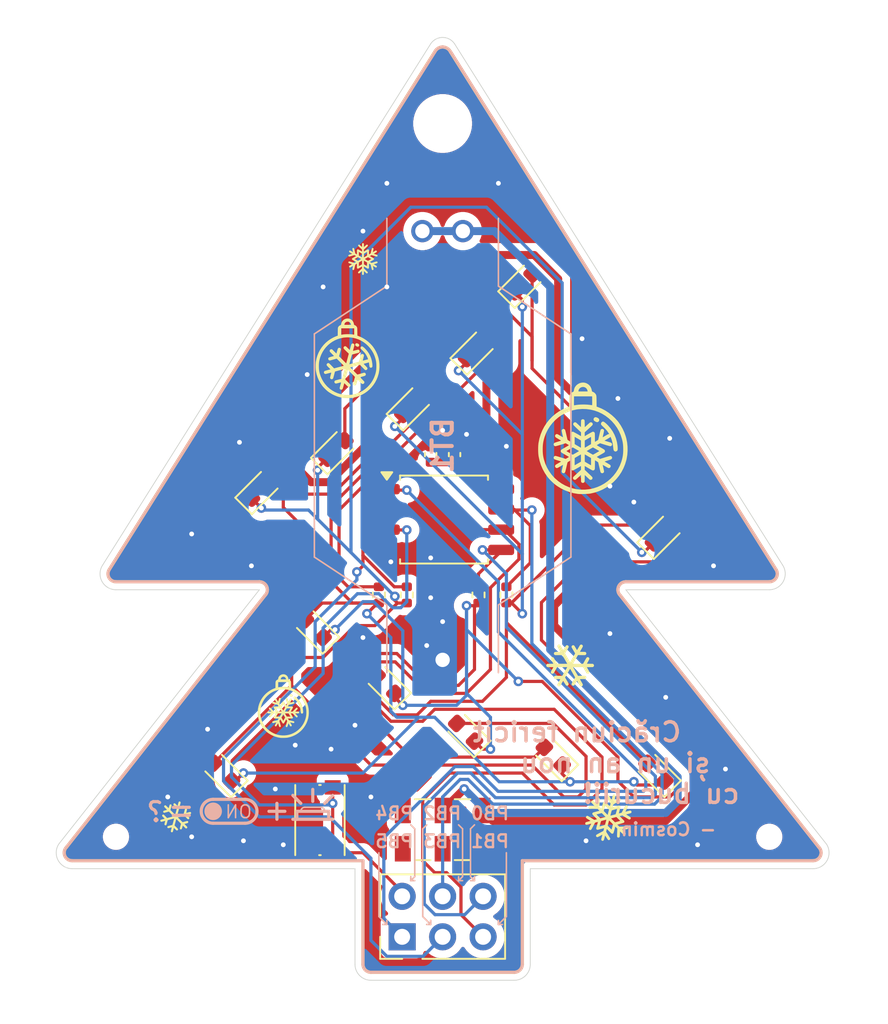
<source format=kicad_pcb>
(kicad_pcb (version 20241229) (generator "pcbnew") (generator_version "9.0")
  (layers (0 "F.Cu" signal) (2 "B.Cu" signal) (13 "F.Paste" user) (15 "B.Paste" user) (5 "F.SilkS" user "F.Silkscreen") (7 "B.SilkS" user "B.Silkscreen") (1 "F.Mask" user) (3 "B.Mask" user) (25 "Edge.Cuts" user))
  (net 0 "")
  (net 1 "+3.3V")
  (net 2 "GND")
  (net 3 "Net-(D1-A)")
  (net 4 "Net-(D1-K)")
  (net 5 "Net-(D12-A)")
  (net 6 "Net-(J2-Pin_3)")
  (net 7 "Net-(J2-Pin_5)")
  (net 8 "Net-(J2-Pin_4)")
  (net 9 "Net-(J2-Pin_6)")
  (net 10 "Net-(D10-K)")
  (net 11 "Net-(J2-Pin_1)")
  (net 12 "Net-(J2-Pin_2)")
  (net 17 "Net-(U1-VCC)")
  (footprint "LED_SMD:LED_0603_1608Metric" (layer "F.Cu") (at 80.056847 63.25 45)
    (property "Reference" "D7" (hide yes))
    (property "Value" "LO L29K-J2L1-24-0-2-R18-Z" (hide yes))
  )
  (footprint "Package_SO:SOIC-8_5.3x5.3mm_P1.27mm" (layer "F.Cu") (at 75.0875 78.095)
    (property "Reference" "U1" (hide yes))
    (property "Value" "ATtiny25V-10S" (hide yes))
  )
  (footprint "LED_SMD:LED_0603_1608Metric" (layer "F.Cu") (at 73.056847 70.943153 45)
    (property "Reference" "D9" (hide yes))
    (property "Value" "LO L29K-J2L1-24-0-2-R18-Z" (hide yes))
  )
  (footprint "Capacitor_SMD:C_0402_1005Metric" (layer "F.Cu") (at 74.25 74.02 90)
    (property "Reference" "C2" (hide yes))
    (property "Value" "Ceramic 10uF" (hide yes))
  )
  (footprint "LOGO" (layer "F.Cu") (at 65 89.8)
    (property "Reference" "G***" (hide yes))
    (property "Value" "LOGO" (hide yes))
  )
  (footprint "LOGO" (layer "F.Cu") (at 65 90.2 90)
    (property "Reference" "G***" (hide yes))
    (property "Value" "LOGO" (hide yes))
  )
  (footprint "LOGO" (layer "F.Cu") (at 69 68.5 45)
    (property "Reference" "G***" (hide yes))
    (property "Value" "LOGO" (hide yes))
  )
  (footprint "LED_SMD:LED_0603_1608Metric" (layer "F.Cu") (at 77.056847 67.443153 45)
    (property "Reference" "D8" (hide yes))
    (property "Value" "LY L29K-H1K2-26-0-2-R18-Z" (hide yes))
  )
  (footprint "LED_SMD:LED_0603_1608Metric" (layer "F.Cu") (at 66.943153 84.943153 135)
    (property "Reference" "D1" (hide yes))
    (property "Value" "LO L29K-J2L1-24-0-2-R18-Z" (hide yes))
  )
  (footprint "Button_Switch_SMD:SW_DPDT_CK_JS202011JCQN" (layer "F.Cu") (at 75 97.55)
    (property "Reference" "SW3" (hide yes))
    (property "Value" "On/Off Switch JS202011JCQN")
  )
  (footprint "LOGO" (layer "F.Cu") (at 69.032923 67.980022)
    (property "Reference" "G***" (hide yes))
    (property "Value" "LOGO" (hide yes))
  )
  (footprint "LOGO" (layer "F.Cu") (at 85.4 96.8 -135)
    (property "Reference" "G***" (hide yes))
    (property "Value" "LOGO" (hide yes))
  )
  (footprint "LOGO" (layer "F.Cu") (at 58.25 96.75 45)
    (property "Reference" "G***" (hide yes))
    (property "Value" "LOGO" (hide yes))
  )
  (footprint "LED_SMD:LED_0603_1608Metric" (layer "F.Cu") (at 88.386306 93.943153 135)
    (property "Reference" "D5" (hide yes))
    (property "Value" "LO L29K-J2L1-24-0-2-R18-Z" (hide yes))
  )
  (footprint "Connector_PinHeader_2.54mm:PinHeader_2x03_P2.54mm_Vertical" (layer "F.Cu") (at 72.46 104.275 90)
    (property "Reference" "J2" (hide yes))
    (property "Value" "Pin Headers")
  )
  (footprint "MountingHole:ToolingHole_1.152mm" (layer "F.Cu") (at 95.5 98)
    (property "Reference" "H3" (hide yes))
    (property "Value" "Tooling Hole")
  )
  (footprint "LED_SMD:LED_0603_1608Metric" (layer "F.Cu") (at 81.943153 92.943153 135)
    (property "Reference" "D4" (hide yes))
    (property "Value" "LY L29K-H1K2-26-0-2-R18-Z" (hide yes))
  )
  (footprint "MountingHole:ToolingHole_1.152mm" (layer "F.Cu") (at 54.5 98)
    (property "Reference" "H2" (hide yes))
    (property "Value" "Tooling Hole")
  )
  (footprint "Resistor_SMD:R_0402_1005Metric" (layer "F.Cu") (at 71 82.825 -90)
    (property "Reference" "R2" (hide yes))
    (property "Value" "150Ω")
  )
  (footprint "Resistor_SMD:R_0402_1005Metric" (layer "F.Cu") (at 79 82.825 -90)
    (property "Reference" "R3" (hide yes))
    (property "Value" "150Ω")
  )
  (footprint "LED_SMD:LED_0603_1608Metric" (layer "F.Cu") (at 68.306847 73.693153 45)
    (property "Reference" "D10" (hide yes))
    (property "Value" "LY L29K-H1K2-26-0-2-R18-Z" (hide yes))
  )
  (footprint "LED_SMD:LED_0603_1608Metric" (layer "F.Cu") (at 71.443153 88.443153 135)
    (property "Reference" "D2" (hide yes))
    (property "Value" "LY L29K-H1K2-26-0-2-R18-Z" (hide yes))
  )
  (footprint "Capacitor_SMD:C_0402_1005Metric" (layer "F.Cu") (at 75.75 74.02 90)
    (property "Reference" "C1" (hide yes))
    (property "Value" "Ceramic 100nF" (hide yes))
  )
  (footprint "LOGO" (layer "F.Cu") (at 83.8 73)
    (property "Reference" "G***" (hide yes))
    (property "Value" "LOGO" (hide yes))
  )
  (footprint "LED_SMD:LED_0603_1608Metric" (layer "F.Cu") (at 88.7875 79 45)
    (property "Reference" "D12" (hide yes))
    (property "Value" "LY L29K-H1K2-26-0-2-R18-Z" (hide yes))
  )
  (footprint "Button_Switch_SMD:SW_Push_1P1T_NO_CK_KMR2" (layer "F.Cu") (at 67.3 96.950001 90)
    (property "Reference" "SW1" (hide yes))
    (property "Value" "KMR421NGLFS")
  )
  (footprint "LOGO" (layer "F.Cu") (at 70 61.75)
    (property "Reference" "G***" (hide yes))
    (property "Value" "LOGO" (hide yes))
  )
  (footprint "MountingHole:MountingHole_3.2mm_M3_DIN965" (layer "F.Cu") (at 75 53.25)
    (property "Reference" "H1" (hide yes))
    (property "Value" "Mounting Hole")
  )
  (footprint "LOGO" (layer "F.Cu") (at 83 87.25 90)
    (property "Reference" "G***" (hide yes))
    (property "Value" "LOGO" (hide yes))
  )
  (footprint "LED_SMD:LED_0603_1608Metric" (layer "F.Cu") (at 61.193153 93.943153 135)
    (property "Reference" "D6" (hide yes))
    (property "Value" "LY L29K-H1K2-26-0-2-R18-Z" (hide yes))
  )
  (footprint "LOGO" (layer "F.Cu") (at 83.8 73.8)
    (property "Reference" "G***" (hide yes))
    (property "Value" "LOGO" (hide yes))
  )
  (footprint "LED_SMD:LED_0603_1608Metric" (layer "F.Cu") (at 63.556847 76.193153 45)
    (property "Reference" "D11" (hide yes))
    (property "Value" "LO L29K-J2L1-24-0-2-R18-Z" (hide yes))
  )
  (footprint "Resistor_SMD:R_0402_1005Metric" (layer "F.Cu") (at 72.75 82.825 -90)
    (property "Reference" "R4" (hide yes))
    (property "Value" "150Ω")
  )
  (footprint "Resistor_SMD:R_0402_1005Metric" (layer "F.Cu") (at 77.25 82.825 -90)
    (property "Reference" "R1" (hide yes))
    (property "Value" "150Ω")
  )
  (footprint "LED_SMD:LED_0603_1608Metric" (layer "F.Cu") (at 76.443153 91.443153 135)
    (property "Reference" "D3" (hide yes))
    (property "Value" "LO L29K-J2L1-24-0-2-R18-Z" (hide yes))
  )
  (footprint "Imports:Renata_HU2032LF" (layer "B.Cu") (at 73.73 60 -90)
    (property "Reference" "BT1")
    (property "Value" "CR2032" (hide yes))
  )
  (gr_line (start 86.5 82) (end 95.5 82) (stroke (width 0.2)) (layer "F.SilkS"))
  (gr_line (start 63.853553 82.853553) (end 51.396447 98.646447) (stroke (width 0.2)) (layer "F.SilkS"))
  (gr_line (start 95.908248 81.211325) (end 75.5 48.768789) (stroke (width 0.2)) (layer "F.SilkS"))
  (gr_line (start 80 99.5) (end 98.25 99.5) (stroke (width 0.2)) (layer "F.SilkS"))
  (gr_arc (start 54.5 82) (mid 54.059163 81.735929) (end 54.083975 81.22265) (stroke (width 0.2)) (layer "F.SilkS"))
  (gr_line (start 80 106) (end 80 99.5) (stroke (width 0.2)) (layer "F.SilkS"))
  (gr_line (start 98.603553 98.646448) (end 86.146447 82.853552) (stroke (width 0.2)) (layer "F.SilkS"))
  (gr_arc (start 51.75 99.5) (mid 51.28806 99.191342) (end 51.396447 98.646447) (stroke (width 0.2)) (layer "F.SilkS"))
  (gr_arc (start 98.603553 98.646447) (mid 98.711939 99.191342) (end 98.25 99.5) (stroke (width 0.2)) (layer "F.SilkS"))
  (gr_line (start 51.75 99.5) (end 70 99.5) (stroke (width 0.2)) (layer "F.SilkS"))
  (gr_arc (start 74.507286 48.753643) (mid 75.008404 48.449193) (end 75.5 48.768789) (stroke (width 0.2)) (layer "F.SilkS"))
  (gr_line (start 54.5 82) (end 63.5 82) (stroke (width 0.2)) (layer "F.SilkS"))
  (gr_arc (start 86.146447 82.853553) (mid 86.038061 82.308658) (end 86.5 82) (stroke (width 0.2)) (layer "F.SilkS"))
  (gr_line (start 70 99.5) (end 70 106) (stroke (width 0.2)) (layer "F.SilkS"))
  (gr_line (start 70.5 106.5) (end 79.5 106.5) (stroke (width 0.2)) (layer "F.SilkS"))
  (gr_arc (start 95.908248 81.211325) (mid 95.944037 81.72985) (end 95.5 82) (stroke (width 0.2)) (layer "F.SilkS"))
  (gr_line (start 74.5 48.75) (end 54.083975 81.22265) (stroke (width 0.2)) (layer "F.SilkS"))
  (gr_arc (start 70.5 106.5) (mid 70.146447 106.353553) (end 70 106) (stroke (width 0.2)) (layer "F.SilkS"))
  (gr_arc (start 63.5 82) (mid 63.96194 82.308658) (end 63.853553 82.853553) (stroke (width 0.2)) (layer "F.SilkS"))
  (gr_arc (start 80 106) (mid 79.853553 106.353553) (end 79.5 106.5) (stroke (width 0.2)) (layer "F.SilkS"))
  (gr_line (start 73.25 97.5) (end 73.25 100.5) (stroke (width 0.1)) (layer "B.SilkS"))
  (gr_line (start 51.396445 98.646448) (end 63.853551 82.853552) (stroke (width 0.2)) (layer "B.SilkS"))
  (gr_line (start 65.85 96.4) (end 65.85 96.9) (stroke (width 0.2)) (layer "B.SilkS"))
  (gr_line (start 71.5 103.5) (end 71.5 103.25) (stroke (width 0.1)) (layer "B.SilkS"))
  (gr_line (start 73.75 103) (end 74.25 103.5) (stroke (width 0.1)) (layer "B.SilkS"))
  (gr_line (start 58.1 96.65) (end 59.1 96.65) (stroke (width 0.2)) (layer "B.SilkS"))
  (gr_line (start 66.85 95.775) (end 66.85 95.025) (stroke (width 0.2)) (layer "B.SilkS"))
  (gr_line (start 76.75 97.5) (end 76.75 100.5) (stroke (width 0.1)) (layer "B.SilkS"))
  (gr_line (start 65.6 96.9) (end 68.1 96.9) (stroke (width 0.2)) (layer "B.SilkS"))
  (gr_line (start 60.6 97.15) (end 62.6 97.15) (stroke (width 0.2)) (layer "B.SilkS"))
  (gr_arc (start 51.749998 99.5) (mid 51.288058 99.191342) (end 51.396445 98.646447) (stroke (width 0.2)) (layer "B.SilkS"))
  (gr_line (start 76.25 97.5) (end 76.25 100.5) (stroke (width 0.1)) (layer "B.SilkS"))
  (gr_arc (start 67.35 96.15) (mid 67.526777 96.223223) (end 67.6 96.4) (stroke (width 0.1)) (layer "B.SilkS"))
  (gr_line (start 62.6 95.65) (end 60.6 95.65) (stroke (width 0.2)) (layer "B.SilkS"))
  (gr_line (start 54.09175 81.211325) (end 74.499998 48.768789) (stroke (width 0.2)) (layer "B.SilkS"))
  (gr_line (start 63.499998 82) (end 54.499998 82) (stroke (width 0.2)) (layer "B.SilkS"))
  (gr_line (start 78.5 103.5) (end 78.75 103.5) (stroke (width 0.1)) (layer "B.SilkS"))
  (gr_line (start 79 103) (end 78.5 103.5) (stroke (width 0.1)) (layer "B.SilkS"))
  (gr_line (start 71.5 103.5) (end 71.25 103.5) (stroke (width 0.1)) (layer "B.SilkS"))
  (gr_circle (center 60.6 96.4) (end 61.1 96.4) (stroke (width 0.1)) (fill yes) (layer "B.SilkS"))
  (gr_line (start 76 100.75) (end 76 100.5) (stroke (width 0.1)) (layer "B.SilkS"))
  (gr_line (start 67.85 96.4) (end 65.85 96.4) (stroke (width 0.2)) (layer "B.SilkS"))
  (gr_line (start 78.5 103.5) (end 78.5 103.25) (stroke (width 0.1)) (layer "B.SilkS"))
  (gr_arc (start 74.499998 48.768789) (mid 74.991594 48.449193) (end 75.492712 48.753643) (stroke (width 0.2)) (layer "B.SilkS"))
  (gr_line (start 73 100.75) (end 73.25 100.75) (stroke (width 0.1)) (layer "B.SilkS"))
  (gr_line (start 76 100.75) (end 76.25 100.75) (stroke (width 0.1)) (layer "B.SilkS"))
  (gr_line (start 67.85 96.9) (end 67.85 96.4) (stroke (width 0.2)) (layer "B.SilkS"))
  (gr_line (start 74.25 103.5) (end 74 103.5) (stroke (width 0.1)) (layer "B.SilkS"))
  (gr_line (start 71 103) (end 71.5 103.5) (stroke (width 0.1)) (layer "B.SilkS"))
  (gr_arc (start 79.999998 106) (mid 79.853551 106.353553) (end 79.499998 106.5) (stroke (width 0.2)) (layer "B.SilkS"))
  (gr_line (start 75.499998 48.75) (end 95.916023 81.22265) (stroke (width 0.2)) (layer "B.SilkS"))
  (gr_line (start 79.499998 106.5) (end 70.499998 106.5) (stroke (width 0.2)) (layer "B.SilkS"))
  (gr_arc (start 86.146445 82.853553) (mid 86.038058 82.308658) (end 86.499998 82) (stroke (width 0.2)) (layer "B.SilkS"))
  (gr_arc (start 60.6 97.15) (mid 59.85 96.4) (end 60.6 95.65) (stroke (width 0.2)) (layer "B.SilkS"))
  (gr_line (start 64.1 96.4) (end 65.1 96.4) (stroke (width 0.2)) (layer "B.SilkS"))
  (gr_line (start 98.249998 99.5) (end 79.999998 99.5) (stroke (width 0.2)) (layer "B.SilkS"))
  (gr_arc (start 63.499998 82) (mid 63.961938 82.308658) (end 63.853551 82.853553) (stroke (width 0.2)) (layer "B.SilkS"))
  (gr_line (start 77 100.75) (end 76.75 100.75) (stroke (width 0.1)) (layer "B.SilkS"))
  (gr_line (start 76 97.25) (end 76.25 97.5) (stroke (width 0.1)) (layer "B.SilkS"))
  (gr_arc (start 54.499998 82) (mid 54.055961 81.72985) (end 54.09175 81.211325) (stroke (width 0.2)) (layer "B.SilkS"))
  (gr_arc (start 98.603551 98.646447) (mid 98.711938 99.191342) (end 98.249998 99.5) (stroke (width 0.2)) (layer "B.SilkS"))
  (gr_line (start 76.75 100.5) (end 77 100.75) (stroke (width 0.1)) (layer "B.SilkS"))
  (gr_line (start 73.25 100.5) (end 73 100.75) (stroke (width 0.1)) (layer "B.SilkS"))
  (gr_line (start 76.25 100.5) (end 76 100.75) (stroke (width 0.1)) (layer "B.SilkS"))
  (gr_line (start 77 97.25) (end 76.75 97.5) (stroke (width 0.1)) (layer "B.SilkS"))
  (gr_arc (start 66.1 96.4) (mid 66.173223 96.223223) (end 66.35 96.15) (stroke (width 0.1)) (layer "B.SilkS"))
  (gr_line (start 79 99) (end 79 103) (stroke (width 0.1)) (layer "B.SilkS"))
  (gr_line (start 95.499998 82) (end 86.499998 82) (stroke (width 0.2)) (layer "B.SilkS"))
  (gr_line (start 74.25 103.25) (end 74.25 103.5) (stroke (width 0.1)) (layer "B.SilkS"))
  (gr_line (start 73 100.75) (end 73 100.5) (stroke (width 0.1)) (layer "B.SilkS"))
  (gr_line (start 78.5 103.25) (end 78.5 103.5) (stroke (width 0.1)) (layer "B.SilkS"))
  (gr_line (start 66.1 95.9) (end 65.6 95.4) (stroke (width 0.2)) (layer "B.SilkS"))
  (gr_line (start 74 97.25) (end 73.75 97.5) (stroke (width 0.1)) (layer "B.SilkS"))
  (gr_line (start 77 100.75) (end 77 100.5) (stroke (width 0.1)) (layer "B.SilkS"))
  (gr_arc (start 62.6 95.65) (mid 63.35 96.4) (end 62.6 97.15) (stroke (width 0.2)) (layer "B.SilkS"))
  (gr_line (start 74.25 103.5) (end 74.25 103.25) (stroke (width 0.1)) (layer "B.SilkS"))
  (gr_line (start 69.999998 99.5) (end 51.749998 99.5) (stroke (width 0.2)) (layer "B.SilkS"))
  (gr_line (start 67.6 95.9) (end 68.1 95.4) (stroke (width 0.2)) (layer "B.SilkS"))
  (gr_arc (start 95.916023 81.22265) (mid 95.940835 81.735929) (end 95.499998 82) (stroke (width 0.2)) (layer "B.SilkS"))
  (gr_line (start 86.146445 82.853553) (end 98.603551 98.646447) (stroke (width 0.2)) (layer "B.SilkS"))
  (gr_line (start 66.35 96.15) (end 67.35 96.15) (stroke (width 0.1)) (layer "B.SilkS"))
  (gr_line (start 73.75 97.5) (end 73.75 103) (stroke (width 0.1)) (layer "B.SilkS"))
  (gr_line (start 71 99) (end 71 103) (stroke (width 0.1)) (layer "B.SilkS"))
  (gr_line (start 64.6 95.9) (end 64.6 96.9) (stroke (width 0.2)) (layer "B.SilkS"))
  (gr_line (start 58.1 96.15) (end 59.1 96.15) (stroke (width 0.2)) (layer "B.SilkS"))
  (gr_arc (start 70.499998 106.5) (mid 70.146445 106.353553) (end 69.999998 106) (stroke (width 0.2)) (layer "B.SilkS"))
  (gr_line (start 69.999998 106) (end 69.999998 99.5) (stroke (width 0.2)) (layer "B.SilkS"))
  (gr_line (start 79.999998 99.5) (end 79.999998 106) (stroke (width 0.2)) (layer "B.SilkS"))
  (gr_line (start 73 97.25) (end 73.25 97.5) (stroke (width 0.1)) (layer "B.SilkS"))
  (gr_arc (start 54.5 82.5) (mid 53.618325 81.971858) (end 53.66795 80.9453) (stroke (width 0.05)) (layer "Edge.Cuts"))
  (gr_line (start 75.75 48.25) (end 96.331831 80.944972) (stroke (width 0.05)) (layer "Edge.Cuts"))
  (gr_line (start 51.75 100) (end 69.5 100) (stroke (width 0.05)) (layer "Edge.Cuts"))
  (gr_line (start 69.5 106) (end 69.5 100) (stroke (width 0.05)) (layer "Edge.Cuts"))
  (gr_line (start 50.91795 98.4453) (end 63.5 82.5) (stroke (width 0.05)) (layer "Edge.Cuts"))
  (gr_arc (start 70.5 107) (mid 69.792893 106.707107) (end 69.5 106) (stroke (width 0.05)) (layer "Edge.Cuts"))
  (gr_line (start 74.25 48.25) (end 53.66795 80.9453) (stroke (width 0.05)) (layer "Edge.Cuts"))
  (gr_line (start 79.5 107) (end 70.5 107) (stroke (width 0.05)) (layer "Edge.Cuts"))
  (gr_arc (start 51.75 100) (mid 50.868325 99.471858) (end 50.91795 98.4453) (stroke (width 0.05)) (layer "Edge.Cuts"))
  (gr_arc (start 80.5 106) (mid 80.207107 106.707107) (end 79.5 107) (stroke (width 0.05)) (layer "Edge.Cuts"))
  (gr_line (start 63.5 82.5) (end 54.5 82.5) (stroke (width 0.05)) (layer "Edge.Cuts"))
  (gr_arc (start 99.08205 98.4453) (mid 99.131674 99.471858) (end 98.25 100) (stroke (width 0.05)) (layer "Edge.Cuts"))
  (gr_arc (start 96.331831 80.944971) (mid 96.381768 81.971684) (end 95.5 82.5) (stroke (width 0.05)) (layer "Edge.Cuts"))
  (gr_arc (start 74.25 48.25) (mid 75 47.848612) (end 75.75 48.25) (stroke (width 0.05)) (layer "Edge.Cuts"))
  (gr_line (start 98.25 100) (end 80.5 100) (stroke (width 0.05)) (layer "Edge.Cuts"))
  (gr_line (start 99.077322 98.4453) (end 86.5 82.5) (stroke (width 0.05)) (layer "Edge.Cuts"))
  (gr_line (start 86.5 82.5) (end 95.5 82.5) (stroke (width 0.05)) (layer "Edge.Cuts"))
  (gr_line (start 80.5 100) (end 80.5 106) (stroke (width 0.05)) (layer "Edge.Cuts"))
  (gr_text "    Crăciun fericit\n  și un an nou\ncu bucurii!" (at 93.75 96 0) (layer "B.SilkS") (effects (font (size 1.2 1.2) (thickness 0.22) (bold yes)) (justify left bottom mirror)))
  (gr_text "PB2" (at 76.25 97 0) (layer "B.SilkS") (effects (font (size 0.8 0.8) (thickness 0.15) (bold yes)) (justify left bottom mirror)))
  (gr_text "ON" (at 63.1 96.9 0) (layer "B.SilkS") (effects (font (size 0.8 0.8) (thickness 0.1)) (justify left bottom mirror)))
  (gr_text "?" (at 57.6 97.15 0) (layer "B.SilkS") (effects (font (size 1.2 1.2) (thickness 0.2) (bold yes)) (justify left bottom mirror)))
  (gr_text "- Cosmin" (at 92.25 98 0) (layer "B.SilkS") (effects (font (size 0.8 0.8) (thickness 0.16) (bold yes)) (justify left bottom mirror)))
  (gr_text "PB1" (at 79.25 98.75 0) (layer "B.SilkS") (effects (font (size 0.8 0.8) (thickness 0.15) (bold yes)) (justify left bottom mirror)))
  (gr_text "PB3" (at 76.25 98.75 0) (layer "B.SilkS") (effects (font (size 0.8 0.8) (thickness 0.15) (bold yes)) (justify left bottom mirror)))
  (gr_text "PB0" (at 79.25 97 0) (layer "B.SilkS") (effects (font (size 0.8 0.8) (thickness 0.15) (bold yes)) (justify left bottom mirror)))
  (gr_text "PB5" (at 73.25 98.75 0) (layer "B.SilkS") (effects (font (size 0.8 0.8) (thickness 0.15) (bold yes)) (justify left bottom mirror)))
  (gr_text "PB4" (at 73.25 97 0) (layer "B.SilkS") (effects (font (size 0.8 0.8) (thickness 0.15) (bold yes)) (justify left bottom mirror)))
  (segment (start 76.35 95) (end 75 96.35) (width 0.5) (layer "F.Cu") (net 1))
  (segment (start 75.15 96.5) (end 75 96.35) (width 0.4) (layer "F.Cu") (net 1))
  (via (at 76.35 95) (size 0.6) (drill 0.3) (layers "F.Cu" "B.Cu") (net 1))
  (segment (start 76.35 95) (end 77.85 96.5) (width 0.5) (layer "B.Cu") (net 1))
  (segment (start 89.75 94.25) (end 81.75 86.25) (width 0.5) (layer "B.Cu") (net 1))
  (segment (start 81.75 86.25) (end 81.75 63.5) (width 0.5) (layer "B.Cu") (net 1))
  (segment (start 78.25 60) (end 76.27 60) (width 0.5) (layer "B.Cu") (net 1))
  (segment (start 89.75 95.75) (end 89.75 94.25) (width 0.5) (layer "B.Cu") (net 1))
  (segment (start 89 96.5) (end 89.75 95.75) (width 0.5) (layer "B.Cu") (net 1))
  (segment (start 77.85 96.5) (end 89 96.5) (width 0.5) (layer "B.Cu") (net 1))
  (segment (start 76.27 60) (end 73.73 60) (width 0.5) (layer "B.Cu") (net 1))
  (segment (start 81.75 63.5) (end 78.25 60) (width 0.5) (layer "B.Cu") (net 1))
  (via (at 79 73.5) (size 0.6) (drill 0.3) (layers "F.Cu" "B.Cu") (net 2))
  (via (at 65 98.5) (size 0.6) (drill 0.3) (layers "F.Cu" "B.Cu") (net 2))
  (via (at 92.75 93.75) (size 0.6) (drill 0.3) (layers "F.Cu" "B.Cu") (net 2))
  (via (at 74.25 80.5) (size 0.6) (drill 0.3) (layers "F.Cu" "B.Cu") (net 2))
  (via (at 59.25 98) (size 0.6) (drill 0.3) (layers "F.Cu" "B.Cu") (net 2))
  (via (at 85.5 76) (size 0.6) (drill 0.3) (layers "F.Cu" "B.Cu") (net 2))
  (via (at 91 98.5) (size 0.6) (drill 0.3) (layers "F.Cu" "B.Cu") (net 2))
  (via (at 57.75 95.5) (size 0.6) (drill 0.3) (layers "F.Cu" "B.Cu") (net 2))
  (via (at 68 92.5) (size 0.6) (drill 0.3) (layers "F.Cu" "B.Cu") (net 2))
  (via (at 63 81) (size 0.6) (drill 0.3) (layers "F.Cu" "B.Cu") (net 2))
  (via (at 75 84.5) (size 0.6) (drill 0.3) (layers "F.Cu" "B.Cu") (net 2))
  (via (at 62.5 98.25) (size 0.6) (drill 0.3) (layers "F.Cu" "B.Cu") (net 2))
  (via (at 65.75 92.25) (size 0.6) (drill 0.3) (layers "F.Cu" "B.Cu") (net 2))
  (via (at 60.25 91.25) (size 0.6) (drill 0.3) (layers "F.Cu" "B.Cu") (net 2))
  (via (at 70 85.5) (size 0.6) (drill 0.3) (layers "F.Cu" "B.Cu") (net 2))
  (via (at 64.5 95) (size 0.6) (drill 0.3) (layers "F.Cu" "B.Cu") (net 2))
  (via (at 69.5 91) (size 0.6) (drill 0.3) (layers "F.Cu" "B.Cu") (net 2))
  (via (at 66.5 69) (size 0.6) (drill 0.3) (layers "F.Cu" "B.Cu") (net 2))
  (via (at 87 77) (size 0.6) (drill 0.3) (layers "F.Cu" "B.Cu") (net 2))
  (via (at 62.25 73.25) (size 0.6) (drill 0.3) (layers "F.Cu" "B.Cu") (net 2))
  (via (at 74 86) (size 0.6) (drill 0.3) (layers "F.Cu" "B.Cu") (net 2))
  (via (at 59.25 79) (size 0.6) (drill 0.3) (layers "F.Cu" "B.Cu") (net 2))
  (via (at 71.5 63.5) (size 0.6) (drill 0.3) (layers "F.Cu" "B.Cu") (net 2))
  (via (at 70 60) (size 0.6) (drill 0.3) (layers "F.Cu" "B.Cu") (net 2))
  (via (at 92 81) (size 0.6) (drill 0.3) (layers "F.Cu" "B.Cu") (net 2))
  (via (at 70.5 95.5) (size 0.6) (drill 0.3) (layers "F.Cu" "B.Cu") (net 2))
  (via (at 76.5 72.75) (size 0.6) (drill 0.3) (layers "F.Cu" "B.Cu") (net 2))
  (via (at 75 72.5) (size 0.6) (drill 0.3) (layers "F.Cu" "B.Cu") (net 2))
  (via (at 89 89.25) (size 0.6) (drill 0.3) (layers "F.Cu" "B.Cu") (net 2))
  (via (at 85.5 85.25) (size 0.6) (drill 0.3) (layers "F.Cu" "B.Cu") (net 2))
  (via (at 89.25 73) (size 0.6) (drill 0.3) (layers "F.Cu" "B.Cu") (net 2))
  (via (at 67.5 63.5) (size 0.6) (drill 0.3) (layers "F.Cu" "B.Cu") (net 2))
  (via (at 71.75 80.75) (size 0.6) (drill 0.3) (layers "F.Cu" "B.Cu") (net 2))
  (via (at 71.5 57) (size 0.6) (drill 0.3) (layers "F.Cu" "B.Cu") (net 2))
  (via (at 84 98.25) (size 0.6) (drill 0.3) (layers "F.Cu" "B.Cu") (net 2))
  (via (at 74.25 83) (size 0.6) (drill 0.3) (layers "F.Cu" "B.Cu") (net 2))
  (via (at 86 70.5) (size 0.6) (drill 0.3) (layers "F.Cu" "B.Cu") (net 2))
  (via (at 78.5 57) (size 0.6) (drill 0.3) (layers "F.Cu" "B.Cu") (net 2))
  (via (at 83.75 66.75) (size 0.6) (drill 0.3) (layers "F.Cu" "B.Cu") (net 2))
  (segment (start 65 77.335) (end 68 80.335) (width 0.2) (layer "F.Cu") (net 3))
  (segment (start 68 77.25) (end 68 80.335) (width 0.2) (layer "F.Cu") (net 3))
  (segment (start 62 94.5) (end 61.75 94.5) (width 0.2) (layer "F.Cu") (net 3))
  (segment (start 65 76.5) (end 65 77.335) (width 0.2) (layer "F.Cu") (net 3))
  (segment (start 69.585 83.335) (end 67.437612 83.335) (width 0.2) (layer "F.Cu") (net 3))
  (segment (start 88.65 94.75) (end 88.9 94.5) (width 0.2) (layer "F.Cu") (net 3))
  (segment (start 87 94.547) (end 87.203 94.75) (width 0.2) (layer "F.Cu") (net 3))
  (segment (start 70.25 84) (end 70.915 83.335) (width 0.2) (layer "F.Cu") (net 3))
  (segment (start 69.335 83.335) (end 71 83.335) (width 0.2) (layer "F.Cu") (net 3))
  (segment (start 70.75 74.5) (end 68 77.25) (width 0.2) (layer "F.Cu") (net 3))
  (segment (start 77.613694 68.386306) (end 71.5 74.5) (width 0.2) (layer "F.Cu") (net 3))
  (segment (start 82.5 94.047) (end 83 94.547) (width 0.2) (layer "F.Cu") (net 3))
  (segment (start 62.5 94) (end 62 94.5) (width 0.2) (layer "F.Cu") (net 3))
  (segment (start 68 82) (end 69.335 83.335) (width 0.2) (layer "F.Cu") (net 3))
  (segment (start 87.203 94.75) (end 88.65 94.75) (width 0.2) (layer "F.Cu") (net 3))
  (segment (start 68 80.335) (end 68 82) (width 0.2) (layer "F.Cu") (net 3))
  (segment (start 88.9 94.5) (end 88.943153 94.5) (width 0.2) (layer "F.Cu") (net 3))
  (segment (start 82.5 93.5) (end 82.5 94.047) (width 0.2) (layer "F.Cu") (net 3))
  (segment (start 64.113694 75.636306) (end 64.136306 75.636306) (width 0.2) (layer "F.Cu") (net 3))
  (segment (start 69.585 83.335) (end 71 83.335) (width 0.2) (layer "F.Cu") (net 3))
  (segment (start 70.915 83.335) (end 71 83.335) (width 0.2) (layer "F.Cu") (net 3))
  (segment (start 77.613694 66.886306) (end 77.613694 68.386306) (width 0.2) (layer "F.Cu") (net 3))
  (segment (start 64.136306 75.636306) (end 65 76.5) (width 0.2) (layer "F.Cu") (net 3))
  (segment (start 71.5 74.5) (end 70.75 74.5) (width 0.2) (layer "F.Cu") (net 3))
  (segment (start 67.437612 83.335) (end 66.386306 84.386306) (width 0.2) (layer "F.Cu") (net 3))
  (via (at 70.25 84) (size 0.6) (drill 0.3) (layers "F.Cu" "B.Cu") (net 3))
  (via (at 87 94.547) (size 0.6) (drill 0.3) (layers "F.Cu" "B.Cu") (net 3))
  (via (at 83 94.547) (size 0.6) (drill 0.3) (layers "F.Cu" "B.Cu") (net 3))
  (via (at 62.5 94) (size 0.6) (drill 0.3) (layers "F.Cu" "B.Cu") (net 3))
  (segment (start 74.5 90.5) (end 78.547 94.547) (width 0.2) (layer "B.Cu") (net 3))
  (segment (start 71.75 90.125) (end 72.125 90.5) (width 0.2) (layer "B.Cu") (net 3))
  (segment (start 70.25 84) (end 71.75 85.5) (width 0.2) (layer "B.Cu") (net 3))
  (segment (start 72.125 90.5) (end 73.5 90.5) (width 0.2) (layer "B.Cu") (net 3))
  (segment (start 78.547 94.547) (end 83 94.547) (width 0.2) (layer "B.Cu") (net 3))
  (segment (start 62.5 94) (end 70 94) (width 0.2) (layer "B.Cu") (net 3))
  (segment (start 70 94) (end 73.5 90.5) (width 0.2) (layer "B.Cu") (net 3))
  (segment (start 71.75 85.5) (end 71.75 90.125) (width 0.2) (layer "B.Cu") (net 3))
  (segment (start 73.5 90.5) (end 74.5 90.5) (width 0.2) (layer "B.Cu") (net 3))
  (segment (start 83 94.547) (end 87 94.547) (width 0.2) (layer "B.Cu") (net 3))
  (segment (start 69.508639 87.734062) (end 69.5 87.742701) (width 0.2) (layer "F.Cu") (net 4))
  (segment (start 77.25 83.335) (end 77 83.585) (width 0.2) (layer "F.Cu") (net 4))
  (segment (start 69.5 89.5) (end 73 93) (width 0.2) (layer "F.Cu") (net 4))
  (segment (start 69.5 87.742701) (end 69.5 89.5) (width 0.2) (layer "F.Cu") (net 4))
  (segment (start 90.5 79.25) (end 90.5 78.5) (width 0.2) (layer "F.Cu") (net 4))
  (segment (start 86 93) (end 86 94.5) (width 0.2) (layer "F.Cu") (net 4))
  (segment (start 77.085 83.5) (end 77.25 83.335) (width 0.2) (layer "F.Cu") (net 4))
  (segment (start 80.772612 93) (end 81.386306 92.386306) (width 0.2) (layer "F.Cu") (net 4))
  (segment (start 80.613694 68.113694) (end 80.613694 62.693153) (width 0.2) (layer "F.Cu") (net 4))
  (segment (start 79.751765 88.251765) (end 81.251765 88.251765) (width 0.2) (layer "F.Cu") (net 4))
  (segment (start 68 85) (end 67.5 85.5) (width 0.2) (layer "F.Cu") (net 4))
  (segment (start 86 94.5) (end 87 95.5) (width 0.2) (layer "F.Cu") (net 4))
  (segment (start 89 80.75) (end 90.5 79.25) (width 0.2) (layer "F.Cu") (net 4))
  (segment (start 89.803064 94.946936) (end 89.803064 94.262481) (width 0.2) (layer "F.Cu") (net 4))
  (segment (start 74.125 88.5) (end 72.125 86.5) (width 0.2) (layer "F.Cu") (net 4))
  (segment (start 77.5 92.5) (end 77 92) (width 0.2) (layer "F.Cu") (net 4))
  (segment (start 72.125 86.5) (end 70.5 86.5) (width 0.2) (layer "F.Cu") (net 4))
  (segment (start 73 93) (end 80.772612 93) (width 0.2) (layer "F.Cu") (net 4))
  (segment (start 69.508639 87.491361) (end 69.508639 87.734062) (width 0.2) (layer "F.Cu") (net 4))
  (segment (start 78.5 64.5) (end 80.613694 66.613694) (width 0.2) (layer "F.Cu") (net 4))
  (segment (start 72 89.25) (end 72 89) (width 0.2) (layer "F.Cu") (net 4))
  (segment (start 75.5 64.5) (end 78.5 64.5) (width 0.2) (layer "F.Cu") (net 4))
  (segment (start 81.251765 88.251765) (end 86 93) (width 0.2) (layer "F.Cu") (net 4))
  (segment (start 72.5 89.75) (end 72 89.25) (width 0.2) (layer "F.Cu") (net 4))
  (segment (start 80.613694 68.613694) (end 80.613694 68.113694) (width 0.2) (layer "F.Cu") (net 4))
  (segment (start 87 95.5) (end 89.25 95.5) (width 0.2) (layer "F.Cu") (net 4))
  (segment (start 90.5 78.5) (end 80.613694 68.613694) (width 0.2) (layer "F.Cu") (net 4))
  (segment (start 80.613694 66.613694) (end 80.613694 68.113694) (width 0.2) (layer "F.Cu") (net 4))
  (segment (start 76.5 83.5) (end 77.085 83.5) (width 0.2) (layer "F.Cu") (net 4))
  (segment (start 70.5 86.5) (end 69.508639 87.491361) (width 0.2) (layer "F.Cu") (net 4))
  (segment (start 83.75 80.75) (end 89 80.75) (width 0.2) (layer "F.Cu") (net 4))
  (segment (start 76 88.5) (end 74.125 88.5) (width 0.2) (layer "F.Cu") (net 4))
  (segment (start 89.803064 94.262481) (end 81.199 85.658417) (width 0.2) (layer "F.Cu") (net 4))
  (segment (start 68.863694 73.136306) (end 68.863694 71.136306) (width 0.2) (layer "F.Cu") (net 4))
  (segment (start 77 87.5) (end 76 88.5) (width 0.2) (layer "F.Cu") (net 4))
  (segment (start 89.25 95.5) (end 89.803064 94.946936) (width 0.2) (layer "F.Cu") (net 4))
  (segment (start 81.199 83.301) (end 83.75 80.75) (width 0.2) (layer "F.Cu") (net 4))
  (segment (start 78 92.5) (end 77.5 92.5) (width 0.2) (layer "F.Cu") (net 4))
  (segment (start 77 83.585) (end 77 87.5) (width 0.2) (layer "F.Cu") (net 4))
  (segment (start 68.25 85) (end 68 85) (width 0.2) (layer "F.Cu") (net 4))
  (segment (start 81.199 85.658417) (end 81.199 83.301) (width 0.2) (layer "F.Cu") (net 4))
  (segment (start 68.863694 71.136306) (end 75.5 64.5) (width 0.2) (layer "F.Cu") (net 4))
  (via (at 68.25 85) (size 0.6) (drill 0.3) (layers "F.Cu" "B.Cu") (net 4))
  (via (at 72.5 89.75) (size 0.6) (drill 0.3) (layers "F.Cu" "B.Cu") (net 4))
  (via (at 79.751765 88.251765) (size 0.6) (drill 0.3) (layers "F.Cu" "B.Cu") (net 4))
  (via (at 76.5 83.5) (size 0.6) (drill 0.3) (layers "F.Cu" "B.Cu") (net 4))
  (via (at 78 92.5) (size 0.6) (drill 0.3) (layers "F.Cu" "B.Cu") (net 4))
  (segment (start 78 90.5) (end 78 92.5) (width 0.2) (layer "B.Cu") (net 4))
  (segment (start 72.5 89.75) (end 75.875 89.75) (width 0.2) (layer "B.Cu") (net 4))
  (segment (start 70.674971 83.25) (end 72.5 85.075029) (width 0.2) (layer "B.Cu") (net 4))
  (segment (start 79.751765 88.251765) (end 76.5 85) (width 0.2) (layer "B.Cu") (net 4))
  (segment (start 76.5 89) (end 76.5 89.125) (width 0.2) (layer "B.Cu") (net 4))
  (segment (start 76.5 89) (end 78 90.5) (width 0.2) (layer "B.Cu") (net 4))
  (segment (start 76.5 85) (end 76.5 83.5) (width 0.2) (layer "B.Cu") (net 4))
  (segment (start 70 83.25) (end 68.25 85) (width 0.2) (layer "B.Cu") (net 4))
  (segment (start 72.5 85.075029) (end 72.5 89.75) (width 0.2) (layer "B.Cu") (net 4))
  (segment (start 75.875 89.75) (end 76.5 89.125) (width 0.2) (layer "B.Cu") (net 4))
  (segment (start 76.5 88) (end 76.5 89) (width 0.2) (layer "B.Cu") (net 4))
  (segment (start 70.674971 83.25) (end 70 83.25) (width 0.2) (layer "B.Cu") (net 4))
  (segment (start 76.5 83.5) (end 76.5 88) (width 0.2) (layer "B.Cu") (net 4))
  (segment (start 72.5 71.5) (end 72.5 71.7489) (width 0.2) (layer "F.Cu") (net 5))
  (segment (start 70.886306 89.319206) (end 71.9181 90.351) (width 0.2) (layer "F.Cu") (net 5))
  (segment (start 70.886306 87.886306) (end 70.886306 89.319206) (width 0.2) (layer "F.Cu") (net 5))
  (segment (start 80 64.306847) (end 79.5 63.806847) (width 0.2) (layer "F.Cu") (net 5))
  (segment (start 73.399 90.351) (end 74.25 89.5) (width 0.2) (layer "F.Cu") (net 5))
  (segment (start 79.315 83.335) (end 79 83.335) (width 0.2) (layer "F.Cu") (net 5))
  (segment (start 76.5 68.25) (end 76 68.75) (width 0.2) (layer "F.Cu") (net 5))
  (segment (start 79 83.335) (end 79 84.556846) (width 0.2) (layer "F.Cu") (net 5))
  (segment (start 71.9181 90.351) (end 73.399 90.351) (width 0.2) (layer "F.Cu") (net 5))
  (segment (start 79 83.335) (end 79.335 83.335) (width 0.2) (layer "F.Cu") (net 5))
  (segment (start 74.25 89.5) (end 77.5 89.5) (width 0.2) (layer "F.Cu") (net 5))
  (segment (start 84.206847 78.443153) (end 79.315 83.335) (width 0.2) (layer "F.Cu") (net 5))
  (segment (start 77.5 89.5) (end 79 88) (width 0.2) (layer "F.Cu") (net 5))
  (segment (start 89.344347 78.443153) (end 84.206847 78.443153) (width 0.2) (layer "F.Cu") (net 5))
  (segment (start 79.335 83.335) (end 80 84) (width 0.2) (layer "F.Cu") (net 5))
  (segment (start 79 84.556847) (end 79 83.335) (width 0.2) (layer "F.Cu") (net 5))
  (segment (start 79 84.556847) (end 79.096577 84.653423) (width 0.2) (layer "F.Cu") (net 5))
  (segment (start 79 88) (end 79 84.556847) (width 0.2) (layer "F.Cu") (net 5))
  (segment (start 79.096577 84.653423) (end 87.829459 93.386306) (width 0.2) (layer "F.Cu") (net 5))
  (segment (start 72.5 71.7489) (end 71.99945 72.24945) (width 0.2) (layer "F.Cu") (net 5))
  (segment (start 80 64.75) (end 80 64.306847) (width 0.2) (layer "F.Cu") (net 5))
  (segment (start 76.5 68) (end 76.5 68.25) (width 0.2) (layer "F.Cu") (net 5))
  (via (at 76 68.75) (size 0.6) (drill 0.3) (layers "F.Cu" "B.Cu") (net 5))
  (via (at 80 64.75) (size 0.6) (drill 0.3) (layers "F.Cu" "B.Cu") (net 5))
  (via (at 80 84) (size 0.6) (drill 0.3) (layers "F.Cu" "B.Cu") (net 5))
  (via (at 71.99945 72.24945) (size 0.6) (drill 0.3) (layers "F.Cu" "B.Cu") (net 5))
  (segment (start 71.99945 72.24945) (end 80 80.25) (width 0.2) (layer "B.Cu") (net 5))
  (segment (start 80 84) (end 80 80.25) (width 0.2) (layer "B.Cu") (net 5))
  (segment (start 80 80.25) (end 80 72.75) (width 0.2) (layer "B.Cu") (net 5))
  (segment (start 80 72.75) (end 80 70.25) (width 0.2) (layer "B.Cu") (net 5))
  (segment (start 80 70.25) (end 80 64.75) (width 0.2) (layer "B.Cu") (net 5))
  (segment (start 76 68.75) (end 80 72.75) (width 0.2) (layer "B.Cu") (net 5))
  (segment (start 71.966 82.315) (end 70 80.349) (width 0.2) (layer "F.Cu") (net 6))
  (segment (start 70 81) (end 70 80.349) (width 0.2) (layer "F.Cu") (net 6))
  (segment (start 70 78.17) (end 70.71 77.46) (width 0.2) (layer "F.Cu") (net 6))
  (segment (start 70.71 77.46) (end 71.5 77.46) (width 0.2) (layer "F.Cu") (net 6))
  (segment (start 69.618235 81.381765) (end 70 81) (width 0.2) (layer "F.Cu") (net 6))
  (segment (start 70 80.349) (end 70 78.17) (width 0.2) (layer "F.Cu") (net 6))
  (segment (start 72.75 82.315) (end 71.966 82.315) (width 0.2) (layer "F.Cu") (net 6))
  (via (at 69.618235 81.381765) (size 0.6) (drill 0.3) (layers "F.Cu" "B.Cu") (net 6))
  (segment (start 73.775 105.5) (end 75 104.275) (width 0.2) (layer "B.Cu") (net 6))
  (segment (start 70.5 99.349944) (end 70.5 104.5) (width 0.2) (layer "B.Cu") (net 6))
  (segment (start 61.25 93.09145) (end 61.25 94.5) (width 0.2) (layer "B.Cu") (net 6))
  (segment (start 67.900056 96.75) (end 70.5 99.349944) (width 0.2) (layer "B.Cu") (net 6))
  (segment (start 69.618235 81.881765) (end 67 84.5) (width 0.2) (layer "B.Cu") (net 6))
  (segment (start 70.5 104.5) (end 71.5 105.5) (width 0.2) (layer "B.Cu") (net 6))
  (segment (start 69.618235 81.381765) (end 69.618235 81.881765) (width 0.2) (layer "B.Cu") (net 6))
  (segment (start 67 87.34145) (end 61.25 93.09145) (width 0.2) (layer "B.Cu") (net 6))
  (segment (start 71.5 105.5) (end 73.775 105.5) (width 0.2) (layer "B.Cu") (net 6))
  (segment (start 63.5 96.75) (end 67.900056 96.75) (width 0.2) (layer "B.Cu") (net 6))
  (segment (start 67 84.5) (end 67 87.34145) (width 0.2) (layer "B.Cu") (net 6))
  (segment (start 61.25 94.5) (end 63.5 96.75) (width 0.2) (layer "B.Cu") (net 6))
  (segment (start 70.026395 89.026395) (end 71.752 90.752) (width 0.2) (layer "F.Cu") (net 7))
  (segment (start 85 95) (end 84 96) (width 0.2) (layer "F.Cu") (net 7))
  (segment (start 78.675 78.73) (end 77.48 78.73) (width 0.2) (layer "F.Cu") (net 7))
  (segment (start 70.026395 87.701821) (end 70.026395 89.026395) (width 0.2) (layer "F.Cu") (net 7))
  (segment (start 78.675 78.73) (end 78.87749 78.73) (width 0.2) (layer "F.Cu") (net 7))
  (segment (start 76.151 102.886) (end 77.54 104.275) (width 0.2) (layer "F.Cu") (net 7))
  (segment (start 79.7885 79.64101) (end 79.7885 80.58616) (width 0.2) (layer "F.Cu") (net 7))
  (segment (start 73.748 90.752) (end 74.5 90) (width 0.2) (layer "F.Cu") (net 7))
  (segment (start 71 75) (end 68.5 77.5) (width 0.2) (layer "F.Cu") (net 7))
  (segment (start 76.151 101.151) (end 76.151 102.886) (width 0.2) (layer "F.Cu") (net 7))
  (segment (start 78 82.37466) (end 78 87.5) (width 0.2) (layer "F.Cu") (net 7))
  (segment (start 73.75 95.698) (end 73.75 99.5) (width 0.2) (layer "F.Cu") (net 7))
  (segment (start 68.5 81.75) (end 69.065 82.315) (width 0.2) (layer "F.Cu") (net 7))
  (segment (start 74.5 100.25) (end 75.25 100.25) (width 0.2) (layer "F.Cu") (net 7))
  (segment (start 80 94) (end 75.448 94) (width 0.2) (layer "F.Cu") (net 7))
  (segment (start 82 96) (end 80 94) (width 0.2) (layer "F.Cu") (net 7))
  (segment (start 72.026395 87.026395) (end 70.701821 87.026395) (width 0.2) (layer "F.Cu") (net 7))
  (segment (start 78.87749 78.73) (end 79.7885 79.64101) (width 0.2) (layer "F.Cu") (net 7))
  (segment (start 68.5 77.5) (end 68.5 81.75) (width 0.2) (layer "F.Cu") (net 7))
  (segment (start 85 93) (end 85 95) (width 0.2) (layer "F.Cu") (net 7))
  (segment (start 79.7885 80.58616) (end 78 82.37466) (width 0.2) (layer "F.Cu") (net 7))
  (segment (start 70.701821 87.026395) (end 70.026395 87.701821) (width 0.2) (layer "F.Cu") (net 7))
  (segment (start 69.065 82.315) (end 71 82.315) (width 0.2) (layer "F.Cu") (net 7))
  (segment (start 78 87.5) (end 76.5 89) (width 0.2) (layer "F.Cu") (net 7))
  (segment (start 73.75 99.5) (end 74.5 100.25) (width 0.2) (layer "F.Cu") (net 7))
  (segment (start 75.448 94) (end 73.75 95.698) (width 0.2) (layer "F.Cu") (net 7))
  (segment (start 82 90) (end 85 93) (width 0.2) (layer "F.Cu") (net 7))
  (segment (start 74.5 90) (end 82 90) (width 0.2) (layer "F.Cu") (net 7))
  (segment (start 76.5 89) (end 74 89) (width 0.2) (layer "F.Cu") (net 7))
  (segment (start 74 89) (end 72.026395 87.026395) (width 0.2) (layer "F.Cu") (net 7))
  (segment (start 73.75 75) (end 71 75) (width 0.2) (layer "F.Cu") (net 7))
  (segment (start 71.752 90.752) (end 73.748 90.752) (width 0.2) (layer "F.Cu") (net 7))
  (segment (start 77.48 78.73) (end 73.75 75) (width 0.2) (layer "F.Cu") (net 7))
  (segment (start 84 96) (end 82 96) (width 0.2) (layer "F.Cu") (net 7))
  (segment (start 75.25 100.25) (end 76.151 101.151) (width 0.2) (layer "F.Cu") (net 7))
  (segment (start 78.715 77.5) (end 78.675 77.46) (width 0.2) (layer "F.Cu") (net 8))
  (segment (start 80.6 77.5) (end 78.715 77.5) (width 0.2) (layer "F.Cu") (net 8))
  (segment (start 80.5 78.472501) (end 80.5 80.815) (width 0.2) (layer "F.Cu") (net 8))
  (segment (start 79.487499 77.46) (end 80.5 78.472501) (width 0.2) (layer "F.Cu") (net 8))
  (segment (start 80.5 80.815) (end 79 82.315) (width 0.2) (layer "F.Cu") (net 8))
  (segment (start 78.675 77.46) (end 79.487499 77.46) (width 0.2) (layer "F.Cu") (net 8))
  (via (at 80.6 77.5) (size 0.6) (drill 0.3) (layers "F.Cu" "B.Cu") (net 8))
  (segment (start 88.771768 95.478232) (end 88.771768 94.051) (width 0.2) (layer "B.Cu") (net 8))
  (segment (start 76.598943 94.399) (end 78.148943 95.949) (width 0.2) (layer "B.Cu") (net 8))
  (segment (start 88.771768 94.051) (end 80.6 85.879232) (width 0.2) (layer "B.Cu") (net 8))
  (segment (start 78.148943 95.949) (end 88.301 95.949) (width 0.2) (layer "B.Cu") (net 8))
  (segment (start 75 101.735) (end 75 95.500057) (width 0.2) (layer "B.Cu") (net 8))
  (segment (start 88.301 95.949) (end 88.771768 95.478232) (width 0.2) (layer "B.Cu") (net 8))
  (segment (start 76.101057 94.399) (end 76.598943 94.399) (width 0.2) (layer "B.Cu") (net 8))
  (segment (start 80.6 85.879232) (end 80.6 77.5) (width 0.2) (layer "B.Cu") (net 8))
  (segment (start 75 95.500057) (end 76.101057 94.399) (width 0.2) (layer "B.Cu") (net 8))
  (segment (start 77.5 80) (end 78.675 80) (width 0.2) (layer "F.Cu") (net 9))
  (segment (start 78.675 80) (end 78.675 80.075) (width 0.2) (layer "F.Cu") (net 9))
  (segment (start 77.25 81.5) (end 77.25 82.315) (width 0.2) (layer "F.Cu") (net 9))
  (segment (start 78.675 80.075) (end 77.25 81.5) (width 0.2) (layer "F.Cu") (net 9))
  (via (at 77.5 80) (size 0.6) (drill 0.3) (layers "F.Cu" "B.Cu") (net 9))
  (segment (start 75.934957 93.998) (end 73.849 96.083957) (width 0.2) (layer "B.Cu") (net 9))
  (segment (start 79 84.846332) (end 88.351 94.197332) (width 0.2) (layer "B.Cu") (net 9))
  (segment (start 76.389 102.886) (end 77.54 101.735) (width 0.2) (layer "B.Cu") (net 9))
  (segment (start 88.1349 95.548) (end 78.315043 95.548) (width 0.2) (layer "B.Cu") (net 9))
  (segment (start 73.849 102.21176) (end 74.52324 102.886) (width 0.2) (layer "B.Cu") (net 9))
  (segment (start 79 81.5) (end 79 84.846332) (width 0.2) (layer "B.Cu") (net 9))
  (segment (start 77.5 80) (end 79 81.5) (width 0.2) (layer "B.Cu") (net 9))
  (segment (start 88.351 94.197332) (end 88.351 95.3319) (width 0.2) (layer "B.Cu") (net 9))
  (segment (start 73.849 96.083957) (end 73.849 102.21176) (width 0.2) (layer "B.Cu") (net 9))
  (segment (start 78.315043 95.548) (end 76.765043 93.998) (width 0.2) (layer "B.Cu") (net 9))
  (segment (start 88.351 95.3319) (end 88.1349 95.548) (width 0.2) (layer "B.Cu") (net 9))
  (segment (start 74.52324 102.886) (end 76.389 102.886) (width 0.2) (layer "B.Cu") (net 9))
  (segment (start 76.765043 93.998) (end 75.934957 93.998) (width 0.2) (layer "B.Cu") (net 9))
  (segment (start 75.886306 90.886306) (end 81.935021 90.886306) (width 0.2) (layer "F.Cu") (net 10))
  (segment (start 81.935021 90.886306) (end 84 92.951285) (width 0.2) (layer "F.Cu") (net 10))
  (segment (start 84 95) (end 83.5 95.5) (width 0.2) (layer "F.Cu") (net 10))
  (segment (start 72 83.17) (end 72.165 83.335) (width 0.2) (layer "F.Cu") (net 10))
  (segment (start 60.636306 93.386306) (end 65.526395 88.496217) (width 0.2) (layer "F.Cu") (net 10))
  (segment (start 84 92.951285) (end 84 95) (width 0.2) (layer "F.Cu") (net 10))
  (segment (start 61.75 76.25) (end 61.75 77.25) (width 0.2) (layer "F.Cu") (net 10))
  (segment (start 71.09743 74) (end 70.579275 74) (width 0.2) (layer "F.Cu") (net 10))
  (segment (start 72 82.915) (end 72 83.17) (width 0.2) (layer "F.Cu") (net 10))
  (segment (start 67 81.5) (end 67 82.728216) (width 0.2) (layer "F.Cu") (net 10))
  (segment (start 69.5 84.75) (end 70.75 84.75) (width 0.2) (layer "F.Cu") (net 10))
  (segment (start 63.625 77.375) (end 63 76.75) (width 0.2) (layer "F.Cu") (net 10))
  (segment (start 68.079275 76.5) (end 66.5 76.5) (width 0.2) (layer "F.Cu") (net 10))
  (segment (start 70.75 84.75) (end 72.165 83.335) (width 0.2) (layer "F.Cu") (net 10))
  (segment (start 63 78.5) (end 64 78.5) (width 0.2) (layer "F.Cu") (net 10))
  (segment (start 87.6375 80.15) (end 88.230653 79.556847) (width 0.2) (layer "F.Cu") (net 10))
  (segment (start 67.155331 74.844669) (end 67.75 74.25) (width 0.2) (layer "F.Cu") (net 10))
  (segment (start 87.5 80.15) (end 87.6375 80.15) (width 0.2) (layer "F.Cu") (net 10))
  (segment (start 66.5 76.5) (end 64.5 74.5) (width 0.2) (layer "F.Cu") (net 10))
  (segment (start 67.5 86.75) (end 69.5 84.75) (width 0.2) (layer "F.Cu") (net 10))
  (segment (start 73.613694 71.483736) (end 71.09743 74) (width 0.2) (layer "F.Cu") (net 10))
  (segment (start 61.75 77.25) (end 63 78.5) (width 0.2) (layer "F.Cu") (net 10))
  (segment (start 72.165 83.335) (end 72.75 83.335) (width 0.2) (layer "F.Cu") (net 10))
  (segment (start 83.5 95.5) (end 82.6005 95.5) (width 0.2) (layer "F.Cu") (net 10))
  (segment (start 65.526395 84.201821) (end 65.526395 85.343495) (width 0.2) (layer "F.Cu") (net 10))
  (segment (start 65.526395 87.5) (end 66.276395 86.75) (width 0.2) (layer "F.Cu") (net 10))
  (segment (start 73.613694 70.386306) (end 73.613694 71.483736) (width 0.2) (layer "F.Cu") (net 10))
  (segment (start 66.276395 86.75) (end 67.5 86.75) (width 0.2) (layer "F.Cu") (net 10))
  (segment (start 64.5 74.5) (end 63.5 74.5) (width 0.2) (layer "F.Cu") (net 10))
  (segment (start 65.526395 88.526395) (end 65.526395 88.496217) (width 0.2) (layer "F.Cu") (net 10))
  (segment (start 67 82.728216) (end 65.526395 84.201821) (width 0.2) (layer "F.Cu") (net 10))
  (segment (start 67.155331 75) (end 67.155331 74.844669) (width 0.2) (layer "F.Cu") (net 10))
  (segment (start 64 78.5) (end 67 81.5) (width 0.2) (layer "F.Cu") (net 10))
  (segment (start 80.6005 93.5) (end 70.5 93.5) (width 0.2) (layer "F.Cu") (net 10))
  (segment (start 65.526395 88.496217) (end 65.526395 85.343495) (width 0.2) (layer "F.Cu") (net 10))
  (segment (start 63.5 74.5) (end 61.75 76.25) (width 0.2) (layer "F.Cu") (net 10))
  (segment (start 70.579275 74) (end 68.079275 76.5) (width 0.2) (layer "F.Cu") (net 10))
  (segment (start 82.6005 95.5) (end 80.6005 93.5) (width 0.2) (layer "F.Cu") (net 10))
  (segment (start 70.5 93.5) (end 65.526395 88.526395) (width 0.2) (layer "F.Cu") (net 10))
  (via (at 72 82.915) (size 0.6) (drill 0.3) (layers "F.Cu" "B.Cu") (net 10))
  (via (at 67.155331 75) (size 0.6) (drill 0.3) (layers "F.Cu" "B.Cu") (net 10))
  (via (at 87.5 80.15) (size 0.6) (drill 0.3) (layers "F.Cu" "B.Cu") (net 10))
  (via (at 63.625 77.375) (size 0.6) (drill 0.3) (layers "F.Cu" "B.Cu") (net 10))
  (segment (start 66.585 77.5) (end 63.75 77.5) (width 0.2) (layer "B.Cu") (net 10))
  (segment (start 69.25 62.25) (end 73 58.5) (width 0.2) (layer "B.Cu") (net 10))
  (segment (start 67.155331 78.070331) (end 66.585 77.5) (width 0.2) (layer "B.Cu") (net 10))
  (segment (start 69.25 80.165) (end 69.25 62.25) (width 0.2) (layer "B.Cu") (net 10))
  (segment (start 63.75 77.5) (end 63.625 77.375) (width 0.2) (layer "B.Cu") (net 10))
  (segment (start 73 58.5) (end 77.75 58.5) (width 0.2) (layer "B.Cu") (net 10))
  (segment (start 72 82.915) (end 67.155331 78.070331) (width 0.2) (layer "B.Cu") (net 10))
  (segment (start 77.75 58.5) (end 82.5 63.25) (width 0.2) (layer "B.Cu") (net 10))
  (segment (start 82.5 63.25) (end 82.5 75.15) (width 0.2) (layer "B.Cu") (net 10))
  (segment (start 67.155331 75) (end 67.155331 78.070331) (width 0.2) (layer "B.Cu") (net 10))
  (segment (start 82.5 75.15) (end 87.5 80.15) (width 0.2) (layer "B.Cu") (net 10))
  (segment (start 72.75 76.25) (end 71.56 76.25) (width 0.2) (layer "F.Cu") (net 11))
  (segment (start 71.56 76.25) (end 71.5 76.19) (width 0.2) (layer "F.Cu") (net 11))
  (via (at 72.75 76.25) (size 0.6) (drill 0.3) (layers "F.Cu" "B.Cu") (net 11))
  (segment (start 78.481143 95.147) (end 87.603 95.147) (width 0.2) (layer "B.Cu") (net 11))
  (segment (start 87.75 94.397943) (end 78.5 85.147943) (width 0.2) (layer "B.Cu") (net 11))
  (segment (start 75.768857 93.597) (end 76.931143 93.597) (width 0.2) (layer "B.Cu") (net 11))
  (segment (start 71.309 98.056857) (end 75.768857 93.597) (width 0.2) (layer "B.Cu") (net 11))
  (segment (start 78.5 82) (end 72.75 76.25) (width 0.2) (layer "B.Cu") (net 11))
  (segment (start 87.603 95.147) (end 87.75 95) (width 0.2) (layer "B.Cu") (net 11))
  (segment (start 71.309 103.124) (end 71.309 98.056857) (width 0.2) (layer "B.Cu") (net 11))
  (segment (start 87.75 95) (end 87.75 94.397943) (width 0.2) (layer "B.Cu") (net 11))
  (segment (start 72.46 104.275) (end 71.309 103.124) (width 0.2) (layer "B.Cu") (net 11))
  (segment (start 76.931143 93.597) (end 78.481143 95.147) (width 0.2) (layer "B.Cu") (net 11))
  (segment (start 78.5 85.147943) (end 78.5 82) (width 0.2) (layer "B.Cu") (net 11))
  (segment (start 68.000002 95.999998) (end 68.000002 96) (width 0.2) (layer "F.Cu") (net 12))
  (segment (start 72.23 78.73) (end 71.5 78.73) (width 0.2) (layer "F.Cu") (net 12))
  (segment (start 70 99) (end 72.46 101.46) (width 0.2) (layer "F.Cu") (net 12))
  (segment (start 72.46 101.46) (end 72.46 101.735) (width 0.2) (layer "F.Cu") (net 12))
  (segment (start 68.1 95.9) (end 68.000002 95.999998) (width 0.2) (layer "F.Cu") (net 12))
  (segment (start 72.75 78.75) (end 72.25 78.75) (width 0.2) (layer "F.Cu") (net 12))
  (segment (start 68.1 99) (end 70 99) (width 0.2) (layer "F.Cu") (net 12))
  (segment (start 72.25 78.75) (end 72.23 78.73) (width 0.2) (layer "F.Cu") (net 12))
  (segment (start 68.1 95.9) (end 68.1 94.900002) (width 0.2) (layer "F.Cu") (net 12))
  (segment (start 68.1 99) (end 68.1 94.900002) (width 0.2) (layer "F.Cu") (net 12))
  (via (at 68.1 95.9) (size 0.6) (drill 0.3) (layers "F.Cu" "B.Cu") (net 12))
  (via (at 72.75 78.75) (size 0.6) (drill 0.3) (layers "F.Cu" "B.Cu") (net 12))
  (segment (start 67.5 84.900057) (end 69.650057 82.75) (width 0.2) (layer "B.Cu") (net 12))
  (segment (start 72.371036 83.628964) (end 72.75 83.25) (width 0.2) (layer "B.Cu") (net 12))
  (segment (start 71.878964 83.628964) (end 72.371036 83.628964) (width 0.2) (layer "B.Cu") (net 12))
  (segment (start 61.75 94.25) (end 61.75 93.5) (width 0.2) (layer "B.Cu") (net 12))
  (segment (start 71.399 83.163943) (end 71.751057 83.516) (width 0.2) (layer "B.Cu") (net 12))
  (segment (start 67.5 87.75) (end 67.5 84.900057) (width 0.2) (layer "B.Cu") (net 12))
  (segment (start 68.1 95.9) (end 68 96) (width 0.2) (layer "B.Cu") (net 12))
  (segment (start 71.399 83.149) (end 71.399 83.163943) (width 0.2) (layer "B.Cu") (net 12))
  (segment (start 69.650057 82.75) (end 71 82.75) (width 0.2) (layer "B.Cu") (net 12))
  (segment (start 71.766 83.516) (end 71.878964 83.628964) (width 0.2) (layer "B.Cu") (net 12))
  (segment (start 61.75 93.5) (end 67.5 87.75) (width 0.2) (layer "B.Cu") (net 12))
  (segment (start 63.5 96) (end 61.75 94.25) (width 0.2) (layer "B.Cu") (net 12))
  (segment (start 68 96) (end 63.5 96) (width 0.2) (layer "B.Cu") (net 12))
  (segment (start 71.751057 83.516) (end 71.766 83.516) (width 0.2) (layer "B.Cu") (net 12))
  (segment (start 72.75 83.25) (end 72.75 78.75) (width 0.2) (layer "B.Cu") (net 12))
  (segment (start 71 82.75) (end 71.399 83.149) (width 0.2) (layer "B.Cu") (net 12))
  (segment (start 79 66.5) (end 79 68.25) (width 0.5) (layer "F.Cu") (net 17))
  (segment (start 82 83.5) (end 84 81.5) (width 0.5) (layer "F.Cu") (net 17))
  (segment (start 67.875 75.75) (end 70.25 73.375) (width 0.5) (layer "F.Cu") (net 17))
  (segment (start 75.875 65.5) (end 78 65.5) (width 0.5) (layer "F.Cu") (net 17))
  (segment (start 89 97) (end 90.75 95.25) (width 0.5) (layer "F.Cu") (net 17))
  (segment (start 65.75 74.75) (end 66.75 75.75) (width 0.5) (layer "F.Cu") (net 17))
  (segment (start 78 74.5) (end 77.75 74.5) (width 0.5) (layer "F.Cu") (net 17))
  (segment (start 91.25 79.5) (end 91.25 78.25) (width 0.5) (layer "F.Cu") (net 17))
  (segment (start 90.75 93.5) (end 82 84.75) (width 0.5) (layer "F.Cu") (net 17))
  (segment (start 78.675 76.19) (end 78.675 75.175) (width 0.5) (layer "F.Cu") (net 17))
  (segment (start 75.75 74.5) (end 74.25 74.5) (width 0.5) (layer "F.Cu") (net 17))
  (segment (start 70.25 73.375) (end 70.25 71.125) (width 0.5) (layer "F.Cu") (net 17))
  (segment (start 91.25 78.25) (end 82.25 69.25) (width 0.5) (layer "F.Cu") (net 17))
  (segment (start 78.675 75.175) (end 78 74.5) (width 0.5) (layer "F.Cu") (net 17))
  (segment (start 79 68.25) (end 77.75 69.5) (width 0.5) (layer "F.Cu") (net 17))
  (segment (start 89.25 81.5) (end 91.25 79.5) (width 0.5) (layer "F.Cu") (net 17))
  (segment (start 77.75 74.25) (end 78 74.5) (width 0.5) (layer "F.Cu") (net 17))
  (segment (start 82 84.75) (end 82 83.5) (width 0.5) (layer "F.Cu") (net 17))
  (segment (start 77 61.5) (end 65.75 72.75) (width 0.5) (layer "F.Cu") (net 17))
  (segment (start 90.75 95.25) (end 90.75 93.5) (width 0.5) (layer "F.Cu") (net 17))
  (segment (start 70.25 71.125) (end 75.875 65.5) (width 0.5) (layer "F.Cu") (net 17))
  (segment (start 84 81.5) (end 89.25 81.5) (width 0.5) (layer "F.Cu") (net 17))
  (segment (start 77.75 69.5) (end 77.75 74.25) (width 0.5) (layer "F.Cu") (net 17))
  (segment (start 78 65.5) (end 79 66.5) (width 0.5) (layer "F.Cu") (net 17))
  (segment (start 65.75 72.75) (end 65.75 74.75) (width 0.5) (layer "F.Cu") (net 17))
  (segment (start 80.75 61.5) (end 77 61.5) (width 0.5) (layer "F.Cu") (net 17))
  (segment (start 66.75 75.75) (end 67.875 75.75) (width 0.5) (layer "F.Cu") (net 17))
  (segment (start 82.25 69.25) (end 82.25 63) (width 0.5) (layer "F.Cu") (net 17))
  (segment (start 78.15 97) (end 89 97) (width 0.5) (layer "F.Cu") (net 17))
  (segment (start 82.25 63) (end 80.75 61.5) (width 0.5) (layer "F.Cu") (net 17))
  (segment (start 77.75 74.5) (end 75.75 74.5) (width 0.5) (layer "F.Cu") (net 17))
  (segment (start 77.5 96.35) (end 78.15 97) (width 0.5) (layer "F.Cu") (net 17))
  (zone (net 2) (net_name "GND") (layers "F.Cu" "B.Cu") (connect_pads yes (clearance 0.5)) (min_thickness 0.25) (fill yes (thermal_gap 0.5) (thermal_bridge_width 0.5))
    (polygon (pts (xy 47.471933 109) (xy 47.221933 45.5) (xy 101.971933 46.25) (xy 102.971933 109.75)))
  )
)
</source>
